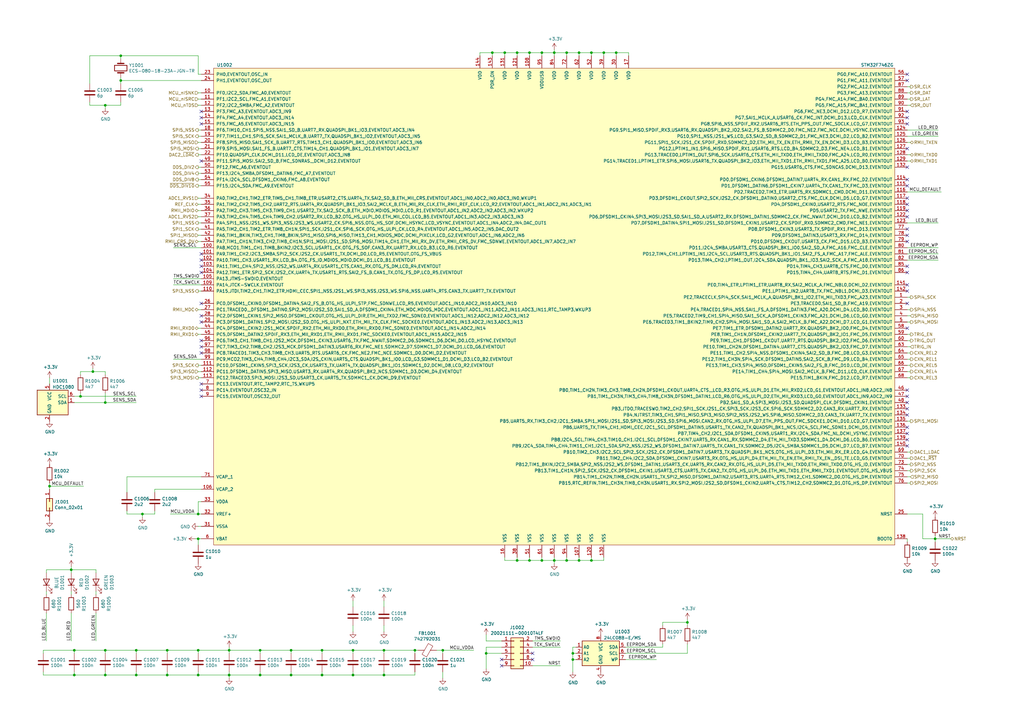
<source format=kicad_sch>
(kicad_sch (version 20211123) (generator eeschema)
  (paper "A3")
  (junction (at 157.48 276.86))
  (junction (at 217.17 21.59))
  (junction (at 199.39 267.97))
  (junction (at 55.88 266.7))
  (junction (at 212.09 229.87))
  (junction (at 237.49 229.87))
  (junction (at 242.57 21.59))
  (junction (at 132.08 276.86))
  (junction (at 43.18 165.1))
  (junction (at 43.18 276.86))
  (junction (at 222.25 229.87))
  (junction (at 232.41 229.87))
  (junction (at 234.95 270.51))
  (junction (at 132.08 266.7))
  (junction (at 237.49 21.59))
  (junction (at 242.57 229.87))
  (junction (at 227.33 21.59))
  (junction (at 43.18 266.7))
  (junction (at 252.73 21.59))
  (junction (at 43.18 43.18))
  (junction (at 207.01 21.59))
  (junction (at 20.32 199.39))
  (junction (at 81.28 210.82))
  (junction (at 81.28 276.86))
  (junction (at 68.58 276.86))
  (junction (at 119.38 276.86))
  (junction (at 81.28 266.7))
  (junction (at 247.65 21.59))
  (junction (at 383.54 220.98))
  (junction (at 119.38 266.7))
  (junction (at 33.02 162.56))
  (junction (at 81.28 220.98))
  (junction (at 227.33 229.87))
  (junction (at 222.25 21.59))
  (junction (at 55.88 276.86))
  (junction (at 170.18 266.7))
  (junction (at 181.61 266.7))
  (junction (at 144.78 276.86))
  (junction (at 38.1 152.4))
  (junction (at 217.17 229.87))
  (junction (at 58.42 210.82))
  (junction (at 201.93 21.59))
  (junction (at 93.98 276.86))
  (junction (at 157.48 266.7))
  (junction (at 30.48 266.7))
  (junction (at 29.21 233.68))
  (junction (at 144.78 266.7))
  (junction (at 68.58 266.7))
  (junction (at 232.41 21.59))
  (junction (at 93.98 266.7))
  (junction (at 106.68 276.86))
  (junction (at 212.09 21.59))
  (junction (at 106.68 266.7))
  (junction (at 49.53 33.02))
  (junction (at 234.95 267.97))
  (junction (at 30.48 276.86))
  (junction (at 49.53 22.86))
  (junction (at 281.94 255.27))
  (no_connect (at 218.44 267.97))
  (no_connect (at 372.11 33.02))
  (no_connect (at 372.11 30.48))
  (no_connect (at 372.11 48.26))
  (no_connect (at 372.11 45.72))
  (no_connect (at 82.55 66.04))
  (no_connect (at 82.55 50.8))
  (no_connect (at 82.55 45.72))
  (no_connect (at 82.55 48.26))
  (no_connect (at 82.55 104.14))
  (no_connect (at 82.55 106.68))
  (no_connect (at 82.55 109.22))
  (no_connect (at 82.55 111.76))
  (no_connect (at 82.55 124.46))
  (no_connect (at 82.55 129.54))
  (no_connect (at 82.55 132.08))
  (no_connect (at 82.55 139.7))
  (no_connect (at 82.55 142.24))
  (no_connect (at 218.44 270.51))
  (no_connect (at 372.11 68.58))
  (no_connect (at 372.11 60.96))
  (no_connect (at 372.11 88.9))
  (no_connect (at 372.11 86.36))
  (no_connect (at 372.11 83.82))
  (no_connect (at 372.11 50.8))
  (no_connect (at 372.11 81.28))
  (no_connect (at 372.11 76.2))
  (no_connect (at 372.11 73.66))
  (no_connect (at 372.11 162.56))
  (no_connect (at 372.11 165.1))
  (no_connect (at 372.11 167.64))
  (no_connect (at 372.11 170.18))
  (no_connect (at 372.11 175.26))
  (no_connect (at 372.11 177.8))
  (no_connect (at 372.11 180.34))
  (no_connect (at 372.11 182.88))
  (no_connect (at 372.11 96.52))
  (no_connect (at 372.11 93.98))
  (no_connect (at 372.11 134.62))
  (no_connect (at 372.11 124.46))
  (no_connect (at 372.11 119.38))
  (no_connect (at 372.11 116.84))
  (no_connect (at 372.11 109.22))
  (no_connect (at 372.11 111.76))
  (no_connect (at 372.11 99.06))
  (no_connect (at 205.74 270.51))
  (no_connect (at 372.11 160.02))
  (no_connect (at 82.55 144.78))
  (no_connect (at 82.55 157.48))
  (no_connect (at 82.55 160.02))
  (no_connect (at 82.55 162.56))
  (no_connect (at 205.74 273.05))
  (wire (pts (xy 20.32 199.39) (xy 34.29 199.39)))
  (wire (pts (xy 234.95 267.97) (xy 234.95 270.51)))
  (wire (pts (xy 81.28 73.66) (xy 82.55 73.66)))
  (wire (pts (xy 236.22 265.43) (xy 234.95 265.43)))
  (wire (pts (xy 82.55 200.66) (xy 63.5 200.66)))
  (wire (pts (xy 227.33 229.87) (xy 227.33 231.14)))
  (wire (pts (xy 236.22 267.97) (xy 234.95 267.97)))
  (wire (pts (xy 373.38 63.5) (xy 372.11 63.5)))
  (wire (pts (xy 68.58 267.97) (xy 68.58 266.7)))
  (wire (pts (xy 82.55 33.02) (xy 49.53 33.02)))
  (wire (pts (xy 82.55 101.6) (xy 71.12 101.6)))
  (wire (pts (xy 19.05 251.46) (xy 19.05 262.89)))
  (wire (pts (xy 68.58 266.7) (xy 81.28 266.7)))
  (wire (pts (xy 82.55 127) (xy 81.28 127)))
  (wire (pts (xy 81.28 205.74) (xy 82.55 205.74)))
  (wire (pts (xy 237.49 22.86) (xy 237.49 21.59)))
  (wire (pts (xy 281.94 267.97) (xy 281.94 264.16)))
  (wire (pts (xy 30.48 162.56) (xy 33.02 162.56)))
  (wire (pts (xy 63.5 200.66) (xy 63.5 201.93)))
  (wire (pts (xy 227.33 228.6) (xy 227.33 229.87)))
  (wire (pts (xy 222.25 21.59) (xy 227.33 21.59)))
  (wire (pts (xy 144.78 248.92) (xy 144.78 246.38)))
  (wire (pts (xy 93.98 266.7) (xy 106.68 266.7)))
  (wire (pts (xy 372.11 91.44) (xy 384.81 91.44)))
  (wire (pts (xy 217.17 228.6) (xy 217.17 229.87)))
  (wire (pts (xy 33.02 162.56) (xy 33.02 161.29)))
  (wire (pts (xy 372.11 38.1) (xy 373.38 38.1)))
  (wire (pts (xy 196.85 21.59) (xy 201.93 21.59)))
  (wire (pts (xy 43.18 165.1) (xy 43.18 161.29)))
  (wire (pts (xy 378.46 220.98) (xy 378.46 210.82)))
  (wire (pts (xy 234.95 270.51) (xy 236.22 270.51)))
  (wire (pts (xy 19.05 234.95) (xy 19.05 233.68)))
  (wire (pts (xy 43.18 275.59) (xy 43.18 276.86)))
  (wire (pts (xy 373.38 152.4) (xy 372.11 152.4)))
  (wire (pts (xy 372.11 154.94) (xy 373.38 154.94)))
  (wire (pts (xy 33.02 153.67) (xy 33.02 152.4)))
  (wire (pts (xy 29.21 233.68) (xy 39.37 233.68)))
  (wire (pts (xy 232.41 22.86) (xy 232.41 21.59)))
  (wire (pts (xy 30.48 267.97) (xy 30.48 266.7)))
  (wire (pts (xy 80.01 220.98) (xy 81.28 220.98)))
  (wire (pts (xy 81.28 91.44) (xy 82.55 91.44)))
  (wire (pts (xy 81.28 22.86) (xy 81.28 30.48)))
  (wire (pts (xy 82.55 137.16) (xy 81.28 137.16)))
  (wire (pts (xy 157.48 259.08) (xy 157.48 256.54)))
  (wire (pts (xy 82.55 134.62) (xy 81.28 134.62)))
  (wire (pts (xy 81.28 22.86) (xy 49.53 22.86)))
  (wire (pts (xy 82.55 86.36) (xy 81.28 86.36)))
  (wire (pts (xy 36.83 43.18) (xy 43.18 43.18)))
  (wire (pts (xy 20.32 154.94) (xy 20.32 157.48)))
  (wire (pts (xy 58.42 210.82) (xy 63.5 210.82)))
  (wire (pts (xy 247.65 22.86) (xy 247.65 21.59)))
  (wire (pts (xy 212.09 229.87) (xy 217.17 229.87)))
  (wire (pts (xy 82.55 99.06) (xy 81.28 99.06)))
  (wire (pts (xy 247.65 21.59) (xy 252.73 21.59)))
  (wire (pts (xy 17.78 266.7) (xy 30.48 266.7)))
  (wire (pts (xy 58.42 212.09) (xy 58.42 210.82)))
  (wire (pts (xy 227.33 20.32) (xy 227.33 21.59)))
  (wire (pts (xy 81.28 267.97) (xy 81.28 266.7)))
  (wire (pts (xy 372.11 35.56) (xy 373.38 35.56)))
  (wire (pts (xy 242.57 228.6) (xy 242.57 229.87)))
  (wire (pts (xy 43.18 276.86) (xy 55.88 276.86)))
  (wire (pts (xy 30.48 276.86) (xy 43.18 276.86)))
  (wire (pts (xy 81.28 30.48) (xy 82.55 30.48)))
  (wire (pts (xy 132.08 275.59) (xy 132.08 276.86)))
  (wire (pts (xy 81.28 119.38) (xy 82.55 119.38)))
  (wire (pts (xy 372.11 106.68) (xy 384.81 106.68)))
  (wire (pts (xy 39.37 242.57) (xy 39.37 243.84)))
  (wire (pts (xy 49.53 31.75) (xy 49.53 33.02)))
  (wire (pts (xy 222.25 228.6) (xy 222.25 229.87)))
  (wire (pts (xy 242.57 229.87) (xy 247.65 229.87)))
  (wire (pts (xy 81.28 220.98) (xy 82.55 220.98)))
  (wire (pts (xy 49.53 43.18) (xy 49.53 41.91)))
  (wire (pts (xy 199.39 267.97) (xy 199.39 265.43)))
  (wire (pts (xy 196.85 22.86) (xy 196.85 21.59)))
  (wire (pts (xy 52.07 210.82) (xy 58.42 210.82)))
  (wire (pts (xy 39.37 251.46) (xy 39.37 262.89)))
  (wire (pts (xy 212.09 22.86) (xy 212.09 21.59)))
  (wire (pts (xy 81.28 71.12) (xy 82.55 71.12)))
  (wire (pts (xy 81.28 275.59) (xy 81.28 276.86)))
  (wire (pts (xy 29.21 251.46) (xy 29.21 262.89)))
  (wire (pts (xy 49.53 33.02) (xy 49.53 34.29)))
  (wire (pts (xy 232.41 229.87) (xy 237.49 229.87)))
  (wire (pts (xy 372.11 78.74) (xy 386.08 78.74)))
  (wire (pts (xy 217.17 22.86) (xy 217.17 21.59)))
  (wire (pts (xy 43.18 267.97) (xy 43.18 266.7)))
  (wire (pts (xy 170.18 266.7) (xy 171.45 266.7)))
  (wire (pts (xy 271.78 256.54) (xy 271.78 255.27)))
  (wire (pts (xy 52.07 195.58) (xy 82.55 195.58)))
  (wire (pts (xy 242.57 21.59) (xy 247.65 21.59)))
  (wire (pts (xy 383.54 220.98) (xy 378.46 220.98)))
  (wire (pts (xy 199.39 260.35) (xy 199.39 262.89)))
  (wire (pts (xy 170.18 266.7) (xy 157.48 266.7)))
  (wire (pts (xy 33.02 152.4) (xy 38.1 152.4)))
  (wire (pts (xy 372.11 193.04) (xy 373.38 193.04)))
  (wire (pts (xy 81.28 276.86) (xy 93.98 276.86)))
  (wire (pts (xy 212.09 228.6) (xy 212.09 229.87)))
  (wire (pts (xy 372.11 149.86) (xy 373.38 149.86)))
  (wire (pts (xy 119.38 267.97) (xy 119.38 266.7)))
  (wire (pts (xy 372.11 185.42) (xy 373.38 185.42)))
  (wire (pts (xy 106.68 266.7) (xy 119.38 266.7)))
  (wire (pts (xy 82.55 147.32) (xy 71.12 147.32)))
  (wire (pts (xy 372.11 172.72) (xy 373.38 172.72)))
  (wire (pts (xy 81.28 58.42) (xy 82.55 58.42)))
  (wire (pts (xy 17.78 276.86) (xy 30.48 276.86)))
  (wire (pts (xy 144.78 275.59) (xy 144.78 276.86)))
  (wire (pts (xy 372.11 104.14) (xy 384.81 104.14)))
  (wire (pts (xy 242.57 22.86) (xy 242.57 21.59)))
  (wire (pts (xy 63.5 210.82) (xy 63.5 209.55)))
  (wire (pts (xy 30.48 275.59) (xy 30.48 276.86)))
  (wire (pts (xy 43.18 165.1) (xy 55.88 165.1)))
  (wire (pts (xy 207.01 21.59) (xy 212.09 21.59)))
  (wire (pts (xy 372.11 187.96) (xy 373.38 187.96)))
  (wire (pts (xy 144.78 276.86) (xy 157.48 276.86)))
  (wire (pts (xy 119.38 276.86) (xy 132.08 276.86)))
  (wire (pts (xy 81.28 40.64) (xy 82.55 40.64)))
  (wire (pts (xy 227.33 21.59) (xy 232.41 21.59)))
  (wire (pts (xy 157.48 248.92) (xy 157.48 246.38)))
  (wire (pts (xy 29.21 242.57) (xy 29.21 243.84)))
  (wire (pts (xy 383.54 220.98) (xy 383.54 222.25)))
  (wire (pts (xy 119.38 266.7) (xy 132.08 266.7)))
  (wire (pts (xy 119.38 275.59) (xy 119.38 276.86)))
  (wire (pts (xy 256.54 267.97) (xy 281.94 267.97)))
  (wire (pts (xy 157.48 266.7) (xy 157.48 267.97)))
  (wire (pts (xy 43.18 43.18) (xy 49.53 43.18)))
  (wire (pts (xy 252.73 22.86) (xy 252.73 21.59)))
  (wire (pts (xy 234.95 265.43) (xy 234.95 267.97)))
  (wire (pts (xy 256.54 265.43) (xy 271.78 265.43)))
  (wire (pts (xy 217.17 229.87) (xy 222.25 229.87)))
  (wire (pts (xy 218.44 262.89) (xy 229.87 262.89)))
  (wire (pts (xy 81.28 68.58) (xy 82.55 68.58)))
  (wire (pts (xy 181.61 266.7) (xy 194.31 266.7)))
  (wire (pts (xy 93.98 275.59) (xy 93.98 276.86)))
  (wire (pts (xy 373.38 139.7) (xy 372.11 139.7)))
  (wire (pts (xy 157.48 276.86) (xy 170.18 276.86)))
  (wire (pts (xy 199.39 274.32) (xy 199.39 267.97)))
  (wire (pts (xy 281.94 254) (xy 281.94 255.27)))
  (wire (pts (xy 106.68 276.86) (xy 119.38 276.86)))
  (wire (pts (xy 132.08 266.7) (xy 144.78 266.7)))
  (wire (pts (xy 199.39 265.43) (xy 205.74 265.43)))
  (wire (pts (xy 212.09 21.59) (xy 217.17 21.59)))
  (wire (pts (xy 207.01 229.87) (xy 212.09 229.87)))
  (wire (pts (xy 157.48 276.86) (xy 157.48 275.59)))
  (wire (pts (xy 201.93 22.86) (xy 201.93 21.59)))
  (wire (pts (xy 55.88 276.86) (xy 68.58 276.86)))
  (wire (pts (xy 222.25 229.87) (xy 227.33 229.87)))
  (wire (pts (xy 43.18 44.45) (xy 43.18 43.18)))
  (wire (pts (xy 372.11 132.08) (xy 373.38 132.08)))
  (wire (pts (xy 30.48 165.1) (xy 43.18 165.1)))
  (wire (pts (xy 20.32 200.66) (xy 20.32 199.39)))
  (wire (pts (xy 373.38 147.32) (xy 372.11 147.32)))
  (wire (pts (xy 372.11 222.25) (xy 372.11 220.98)))
  (wire (pts (xy 207.01 22.86) (xy 207.01 21.59)))
  (wire (pts (xy 68.58 276.86) (xy 81.28 276.86)))
  (wire (pts (xy 43.18 266.7) (xy 55.88 266.7)))
  (wire (pts (xy 55.88 267.97) (xy 55.88 266.7)))
  (wire (pts (xy 20.32 199.39) (xy 20.32 198.12)))
  (wire (pts (xy 69.85 210.82) (xy 81.28 210.82)))
  (wire (pts (xy 271.78 265.43) (xy 271.78 264.16)))
  (wire (pts (xy 19.05 243.84) (xy 19.05 242.57)))
  (wire (pts (xy 281.94 255.27) (xy 281.94 256.54)))
  (wire (pts (xy 81.28 154.94) (xy 82.55 154.94)))
  (wire (pts (xy 144.78 259.08) (xy 144.78 256.54)))
  (wire (pts (xy 81.28 215.9) (xy 82.55 215.9)))
  (wire (pts (xy 81.28 223.52) (xy 81.28 220.98)))
  (wire (pts (xy 372.11 40.64) (xy 373.38 40.64)))
  (wire (pts (xy 373.38 144.78) (xy 372.11 144.78)))
  (wire (pts (xy 81.28 96.52) (xy 82.55 96.52)))
  (wire (pts (xy 81.28 76.2) (xy 82.55 76.2)))
  (wire (pts (xy 106.68 267.97) (xy 106.68 266.7)))
  (wire (pts (xy 217.17 21.59) (xy 222.25 21.59)))
  (wire (pts (xy 49.53 22.86) (xy 36.83 22.86)))
  (wire (pts (xy 36.83 22.86) (xy 36.83 34.29)))
  (wire (pts (xy 181.61 266.7) (xy 181.61 267.97)))
  (wire (pts (xy 93.98 266.7) (xy 93.98 265.43)))
  (wire (pts (xy 52.07 209.55) (xy 52.07 210.82)))
  (wire (pts (xy 372.11 190.5) (xy 373.38 190.5)))
  (wire (pts (xy 372.11 121.92) (xy 373.38 121.92)))
  (wire (pts (xy 372.11 58.42) (xy 373.38 58.42)))
  (wire (pts (xy 82.55 114.3) (xy 71.12 114.3)))
  (wire (pts (xy 82.55 116.84) (xy 71.12 116.84)))
  (wire (pts (xy 256.54 270.51) (xy 269.24 270.51)))
  (wire (pts (xy 252.73 21.59) (xy 257.81 21.59)))
  (wire (pts (xy 372.11 43.18) (xy 373.38 43.18)))
  (wire (pts (xy 43.18 152.4) (xy 43.18 153.67)))
  (wire (pts (xy 372.11 195.58) (xy 373.38 195.58)))
  (wire (pts (xy 68.58 275.59) (xy 68.58 276.86)))
  (wire (pts (xy 181.61 278.13) (xy 181.61 275.59)))
  (wire (pts (xy 372.11 53.34) (xy 384.81 53.34)))
  (wire (pts (xy 52.07 195.58) (xy 52.07 201.93)))
  (wire (pts (xy 55.88 266.7) (xy 68.58 266.7)))
  (wire (pts (xy 205.74 267.97) (xy 199.39 267.97)))
  (wire (pts (xy 29.21 232.41) (xy 29.21 233.68)))
  (wire (pts (xy 373.38 137.16) (xy 372.11 137.16)))
  (wire (pts (xy 81.28 88.9) (xy 82.55 88.9)))
  (wire (pts (xy 237.49 21.59) (xy 242.57 21.59)))
  (wire (pts (xy 181.61 266.7) (xy 179.07 266.7)))
  (wire (pts (xy 106.68 275.59) (xy 106.68 276.86)))
  (wire (pts (xy 207.01 228.6) (xy 207.01 229.87)))
  (wire (pts (xy 237.49 228.6) (xy 237.49 229.87)))
  (wire (pts (xy 33.02 162.56) (xy 55.88 162.56)))
  (wire (pts (xy 93.98 278.13) (xy 93.98 276.86)))
  (wire (pts (xy 389.89 220.98) (xy 383.54 220.98)))
  (wire (pts (xy 49.53 24.13) (xy 49.53 22.86)))
  (wire (pts (xy 201.93 21.59) (xy 207.01 21.59)))
  (wire (pts (xy 81.28 55.88) (xy 82.55 55.88)))
  (wire (pts (xy 132.08 267.97) (xy 132.08 266.7)))
  (wire (pts (xy 17.78 275.59) (xy 17.78 276.86)))
  (wire (pts (xy 218.44 265.43) (xy 229.87 265.43)))
  (wire (pts (xy 38.1 151.13) (xy 38.1 152.4)))
  (wire (pts (xy 132.08 276.86) (xy 144.78 276.86)))
  (wire (pts (xy 29.21 233.68) (xy 29.21 234.95)))
  (wire (pts (xy 81.28 38.1) (xy 82.55 38.1)))
  (wire (pts (xy 81.28 60.96) (xy 82.55 60.96)))
  (wire (pts (xy 199.39 262.89) (xy 205.74 262.89)))
  (wire (pts (xy 36.83 41.91) (xy 36.83 43.18)))
  (wire (pts (xy 218.44 273.05) (xy 229.87 273.05)))
  (wire (pts (xy 378.46 210.82) (xy 372.11 210.82)))
  (wire (pts (xy 222.25 22.86) (xy 222.25 21.59)))
  (wire (pts (xy 81.28 53.34) (xy 82.55 53.34)))
  (wire (pts (xy 232.41 21.59) (xy 237.49 21.59)))
  (wire (pts (xy 372.11 101.6) (xy 384.81 101.6)))
  (wire (pts (xy 372.11 127) (xy 373.38 127)))
  (wire (pts (xy 170.18 267.97) (xy 170.18 266.7)))
  (wire (pts (xy 372.11 55.88) (xy 384.81 55.88)))
  (wire (pts (xy 19.05 233.68) (xy 29.21 233.68)))
  (wire (pts (xy 82.55 210.82) (xy 81.28 210.82)))
  (wire (pts (xy 81.28 210.82) (xy 81.28 205.74)))
  (wire (pts (xy 227.33 22.86) (xy 227.33 21.59)))
  (wire (pts (xy 372.11 142.24) (xy 373.38 142.24)))
  (wire (pts (xy 30.48 266.7) (xy 43.18 266.7)))
  (wire (pts (xy 227.33 229.87) (xy 232.41 229.87)))
  (wire (pts (xy 82.55 83.82) (xy 81.28 83.82)))
  (wire (pts (xy 234.95 275.59) (xy 234.95 270.51)))
  (wire (pts (xy 93.98 267.97) (xy 93.98 266.7)))
  (wire (pts (xy 81.28 266.7) (xy 93.98 266.7)))
  (wire (pts (xy 144.78 266.7) (xy 157.48 266.7)))
  (wire (pts (xy 144.78 267.97) (xy 144.78 266.7)))
  (wire (pts (xy 39.37 233.68) (xy 39.37 234.95)))
  (wire (pts (xy 81.28 63.5) (xy 82.55 63.5)))
  (wire (pts (xy 170.18 276.86) (xy 170.18 275.59)))
  (wire (pts (xy 383.54 219.71) (xy 383.54 220.98)))
  (wire (pts (xy 81.28 152.4) (xy 82.55 152.4)))
  (wire (pts (xy 81.28 149.86) (xy 82.55 149.86)))
  (wire (pts (xy 81.28 43.18) (xy 82.55 43.18)))
  (wire (pts (xy 232.41 228.6) (xy 232.41 229.87)))
  (wire (pts (xy 271.78 255.27) (xy 281.94 255.27)))
  (wire (pts (xy 372.11 129.54) (xy 373.38 129.54)))
  (wire (pts (xy 237.49 229.87) (xy 242.57 229.87)))
  (wire (pts (xy 247.65 229.87) (xy 247.65 228.6)))
  (wire (pts (xy 38.1 152.4) (xy 43.18 152.4)))
  (wire (pts (xy 257.81 21.59) (xy 257.81 22.86)))
  (wire (pts (xy 17.78 267.97) (xy 17.78 266.7)))
  (wire (pts (xy 372.11 198.12) (xy 373.38 198.12)))
  (wire (pts (xy 81.28 93.98) (xy 82.55 93.98)))
  (wire (pts (xy 81.28 81.28) (xy 82.55 81.28)))
  (wire (pts (xy 93.98 276.86) (xy 106.68 276.86)))
  (wire (pts (xy 372.11 66.04) (xy 373.38 66.04)))
  (wire (pts (xy 55.88 275.59) (xy 55.88 276.86)))
  (label "LED_RED" (at 29.21 262.89 90))
  (label "MCU_DEFAULT" (at 34.29 199.39 180))
  (label "MCU_VDDA" (at 69.85 210.82 0))
  (label "NRST" (at 389.89 220.98 180))
  (label "TCK_SWCLK" (at 71.12 116.84 0))
  (label "LED_RED" (at 384.81 53.34 180))
  (label "MCU_VDDA" (at 194.31 266.7 180))
  (label "SENS_SCL" (at 71.12 101.6 0))
  (label "NRST" (at 229.87 273.05 180))
  (label "TCK_SWCLK" (at 229.87 265.43 180))
  (label "MCU_DEFAULT" (at 386.08 78.74 180))
  (label "LED_BLUE" (at 19.05 262.89 90))
  (label "EEPROM_WP" (at 384.81 101.6 180))
  (label "LED_BLUE" (at 384.81 91.44 180))
  (label "EEPROM_SCL" (at 269.24 267.97 180))
  (label "EEPROM_SCL" (at 384.81 104.14 180))
  (label "EEPROM_WP" (at 269.24 270.51 180))
  (label "LED_GREEN" (at 39.37 262.89 90))
  (label "TMS_SWDIO" (at 229.87 262.89 180))
  (label "EEPROM_SDA" (at 269.24 265.43 180))
  (label "TMS_SWDIO" (at 71.12 114.3 0))
  (label "SENS_SCL" (at 55.88 162.56 180))
  (label "SENS_SDA" (at 71.12 147.32 0))
  (label "LED_GREEN" (at 384.81 55.88 180))
  (label "SENS_SDA" (at 55.88 165.1 180))
  (label "EEPROM_SDA" (at 384.81 106.68 180))
  (hierarchical_label "ADC1_RVS1" (shape input) (at 81.28 81.28 180))
  (hierarchical_label "SR_CLK" (shape output) (at 373.38 35.56 0))
  (hierarchical_label "RMII_MDIO" (shape bidirectional) (at 81.28 86.36 180))
  (hierarchical_label "MCU_nISRC" (shape input) (at 81.28 40.64 180))
  (hierarchical_label "SPI5_MOSI" (shape output) (at 81.28 60.96 180))
  (hierarchical_label "SPI3_SCK" (shape output) (at 81.28 149.86 180))
  (hierarchical_label "SPI1_NSS" (shape output) (at 81.28 91.44 180))
  (hierarchical_label "RMII_TXD1" (shape bidirectional) (at 373.38 66.04 0))
  (hierarchical_label "SPI4_SCK" (shape output) (at 373.38 121.92 0))
  (hierarchical_label "RMII_RXD0" (shape bidirectional) (at 81.28 134.62 180))
  (hierarchical_label "SPI5_NSS" (shape output) (at 81.28 53.34 180))
  (hierarchical_label "CXN_REL2" (shape output) (at 373.38 144.78 0))
  (hierarchical_label "ADC1_RVS2" (shape input) (at 81.28 88.9 180))
  (hierarchical_label "SPI4_MOSI" (shape output) (at 373.38 132.08 0))
  (hierarchical_label "CXN_REL1" (shape output) (at 373.38 147.32 0))
  (hierarchical_label "SPI3_MOSI" (shape output) (at 81.28 154.94 180))
  (hierarchical_label "TRIG_EN" (shape output) (at 373.38 137.16 0))
  (hierarchical_label "NRST" (shape bidirectional) (at 389.89 220.98 0))
  (hierarchical_label "SPI5_SCK" (shape output) (at 81.28 55.88 180))
  (hierarchical_label "DAC1_LDAC" (shape output) (at 373.38 185.42 0))
  (hierarchical_label "DDS_DIV8" (shape output) (at 81.28 73.66 180))
  (hierarchical_label "~{DDS_DIV10}" (shape output) (at 81.28 76.2 180))
  (hierarchical_label "CXN_REL5" (shape output) (at 373.38 149.86 0))
  (hierarchical_label "DAC2_~{LDAC}" (shape output) (at 81.28 63.5 180))
  (hierarchical_label "DDS_DIV4" (shape output) (at 81.28 71.12 180))
  (hierarchical_label "SR_DAT" (shape output) (at 373.38 38.1 0))
  (hierarchical_label "DDS_DIV2" (shape output) (at 81.28 68.58 180))
  (hierarchical_label "CXN_REL4" (shape output) (at 373.38 152.4 0))
  (hierarchical_label "REF_CLK" (shape bidirectional) (at 81.28 83.82 180))
  (hierarchical_label "SR_OUT" (shape input) (at 373.38 43.18 0))
  (hierarchical_label "TRIG_OUT" (shape output) (at 373.38 139.7 0))
  (hierarchical_label "DAC1_~{RST}" (shape output) (at 373.38 187.96 0))
  (hierarchical_label "RMII_MDC" (shape bidirectional) (at 81.28 127 180))
  (hierarchical_label "RMII_RXD1" (shape bidirectional) (at 81.28 137.16 180))
  (hierarchical_label "SPI4_NSS" (shape output) (at 373.38 127 0))
  (hierarchical_label "SPI3_NSS" (shape output) (at 81.28 119.38 180))
  (hierarchical_label "SPI1_MISO" (shape input) (at 81.28 96.52 180))
  (hierarchical_label "SPI4_MISO" (shape input) (at 373.38 129.54 0))
  (hierarchical_label "RMII_CRS_DV" (shape bidirectional) (at 81.28 99.06 180))
  (hierarchical_label "SPI2_NSS" (shape output) (at 373.38 190.5 0))
  (hierarchical_label "MCU_nTDS" (shape input) (at 81.28 43.18 180))
  (hierarchical_label "SPI3_MISO" (shape input) (at 81.28 152.4 180))
  (hierarchical_label "CXN_REL3" (shape output) (at 373.38 154.94 0))
  (hierarchical_label "TRIG_IN" (shape input) (at 373.38 142.24 0))
  (hierarchical_label "SPI5_MISO" (shape input) (at 81.28 58.42 180))
  (hierarchical_label "MCU_nISNK" (shape input) (at 81.28 38.1 180))
  (hierarchical_label "SR_LAT" (shape output) (at 373.38 40.64 0))
  (hierarchical_label "SPI2_MISO" (shape input) (at 373.38 195.58 0))
  (hierarchical_label "RMII_TXEN" (shape bidirectional) (at 373.38 58.42 0))
  (hierarchical_label "SPI1_MOSI" (shape output) (at 373.38 172.72 0))
  (hierarchical_label "SPI2_MOSI" (shape output) (at 373.38 198.12 0))
  (hierarchical_label "RMII_TXD0" (shape bidirectional) (at 373.38 63.5 0))
  (hierarchical_label "SPI2_SCK" (shape output) (at 373.38 193.04 0))
  (hierarchical_label "SPI1_SCK" (shape output) (at 81.28 93.98 180))
  (symbol (lib_id "Device:R") (at 39.37 247.65 180) (unit 1)
    (property "Reference" "R1005" (at 44.6278 247.65 90))
    (property "Value" "680" (at 42.3164 247.65 90))
    (property "Footprint" "Resistor_SMD:R_0603_1608Metric_Pad0.98x0.95mm_HandSolder" (effects hide))
  )
  (symbol (lib_id "power:GND") (at 43.18 44.45 0) (unit 1)
    (property "Reference" "#PWR01007" (effects hide))
    (property "Value" "GND" (at 43.307 48.8442 0))
  )
  (symbol (lib_id "Device:C") (at 36.83 38.1 0) (unit 1)
    (property "Reference" "C1003" (at 39.751 36.9316 0) (effects (justify left)))
    (property "Value" "6p" (at 39.751 39.243 0) (effects (justify left)))
    (property "Footprint" "Capacitor_SMD:C_0603_1608Metric_Pad1.08x0.95mm_HandSolder" (effects hide))
  )
  (symbol (lib_id "Device:C") (at 49.53 38.1 0) (unit 1)
    (property "Reference" "C1005" (at 52.451 36.9316 0) (effects (justify left)))
    (property "Value" "6p" (at 52.451 39.243 0) (effects (justify left)))
    (property "Footprint" "Capacitor_SMD:C_0603_1608Metric_Pad1.08x0.95mm_HandSolder" (effects hide))
  )
  (symbol (lib_id "Device:C") (at 119.38 271.78 0) (unit 1)
    (property "Reference" "C1014" (at 122.301 270.6116 0) (effects (justify left)))
    (property "Value" "100n" (at 122.301 272.923 0) (effects (justify left)))
    (property "Footprint" "Capacitor_SMD:C_0603_1608Metric_Pad1.08x0.95mm_HandSolder" (effects hide))
  )
  (symbol (lib_id "Device:R") (at 19.05 247.65 180) (unit 1)
    (property "Reference" "R1001" (at 24.3078 247.65 90))
    (property "Value" "680" (at 21.9964 247.65 90))
    (property "Footprint" "Resistor_SMD:R_0603_1608Metric_Pad0.98x0.95mm_HandSolder" (effects hide))
  )
  (symbol (lib_id "power:GND") (at 227.33 231.14 0) (unit 1)
    (property "Reference" "#PWR01022" (effects hide))
    (property "Value" "GND" (at 227.457 235.5342 0))
  )
  (symbol (lib_id "Device:R") (at 372.11 226.06 0) (unit 1)
    (property "Reference" "R1009" (at 373.888 224.8916 0) (effects (justify left)))
    (property "Value" "10k" (at 373.888 227.203 0) (effects (justify left)))
    (property "Footprint" "Resistor_SMD:R_0603_1608Metric_Pad0.98x0.95mm_HandSolder" (effects hide))
  )
  (symbol (lib_id "power:+3.3V") (at 227.33 20.32 0) (unit 1)
    (property "Reference" "#PWR01021" (effects hide))
    (property "Value" "+3.3V" (at 227.711 15.9258 0))
  )
  (symbol (lib_id "Device:C") (at 144.78 271.78 0) (unit 1)
    (property "Reference" "C1017" (at 147.701 270.6116 0) (effects (justify left)))
    (property "Value" "100n" (at 147.701 272.923 0) (effects (justify left)))
    (property "Footprint" "Capacitor_SMD:C_0603_1608Metric_Pad1.08x0.95mm_HandSolder" (effects hide))
  )
  (symbol (lib_id "Device:R") (at 43.18 157.48 0) (unit 1)
    (property "Reference" "R1006" (at 44.958 156.3116 0) (effects (justify left)))
    (property "Value" "4k7" (at 44.958 158.623 0) (effects (justify left)))
    (property "Footprint" "Resistor_SMD:R_0603_1608Metric_Pad0.98x0.95mm_HandSolder" (effects hide))
  )
  (symbol (lib_id "power:+3.3V") (at 246.38 260.35 0) (unit 1)
    (property "Reference" "#PWR01024" (effects hide))
    (property "Value" "+3.3V" (at 246.761 255.9558 0))
  )
  (symbol (lib_id "power:+3.3V") (at 281.94 254 0) (unit 1)
    (property "Reference" "#PWR01026" (effects hide))
    (property "Value" "+3.3V" (at 282.321 249.6058 0))
  )
  (symbol (lib_id "power:GND") (at 81.28 215.9 270) (unit 1)
    (property "Reference" "#PWR01010" (effects hide))
    (property "Value" "GND" (at 78.0288 216.027 90) (effects (justify right)))
  )
  (symbol (lib_id "Device:C") (at 30.48 271.78 0) (unit 1)
    (property "Reference" "C1002" (at 33.401 270.6116 0) (effects (justify left)))
    (property "Value" "100n" (at 33.401 272.923 0) (effects (justify left)))
    (property "Footprint" "Capacitor_SMD:C_0603_1608Metric_Pad1.08x0.95mm_HandSolder" (effects hide))
  )
  (symbol (lib_id "Device:R") (at 281.94 260.35 0) (unit 1)
    (property "Reference" "R1008" (at 283.718 259.1816 0) (effects (justify left)))
    (property "Value" "4k7" (at 283.718 261.493 0) (effects (justify left)))
    (property "Footprint" "Resistor_SMD:R_0603_1608Metric_Pad0.98x0.95mm_HandSolder" (effects hide))
  )
  (symbol (lib_id "power:GND") (at 199.39 274.32 0) (unit 1)
    (property "Reference" "#PWR01020" (effects hide))
    (property "Value" "GND" (at 199.517 278.7142 0))
  )
  (symbol (lib_id "Device:C") (at 43.18 271.78 0) (unit 1)
    (property "Reference" "C1004" (at 46.101 270.6116 0) (effects (justify left)))
    (property "Value" "100n" (at 46.101 272.923 0) (effects (justify left)))
    (property "Footprint" "Capacitor_SMD:C_0603_1608Metric_Pad1.08x0.95mm_HandSolder" (effects hide))
  )
  (symbol (lib_id "power:GND") (at 93.98 278.13 0) (unit 1)
    (property "Reference" "#PWR01013" (effects hide))
    (property "Value" "GND" (at 94.107 282.5242 0))
  )
  (symbol (lib_id "power:+3.3V") (at 93.98 265.43 0) (unit 1)
    (property "Reference" "#PWR01012" (effects hide))
    (property "Value" "+3.3V" (at 94.361 261.0358 0))
  )
  (symbol (lib_id "power:GND") (at 383.54 229.87 0) (unit 1)
    (property "Reference" "#PWR01029" (effects hide))
    (property "Value" "GND" (at 383.667 234.2642 0))
  )
  (symbol (lib_id "Device:R") (at 271.78 260.35 0) (unit 1)
    (property "Reference" "R1007" (at 273.558 259.1816 0) (effects (justify left)))
    (property "Value" "4k7" (at 273.558 261.493 0) (effects (justify left)))
    (property "Footprint" "Resistor_SMD:R_0603_1608Metric_Pad0.98x0.95mm_HandSolder" (effects hide))
  )
  (symbol (lib_id "power:GND") (at 20.32 213.36 0) (unit 1)
    (property "Reference" "#PWR01004" (effects hide))
    (property "Value" "GND" (at 20.447 217.7542 0))
  )
  (symbol (lib_id "Memory_EEPROM:24LC08") (at 246.38 267.97 0) (unit 1)
    (property "Reference" "U1003" (at 255.27 259.08 0))
    (property "Value" "24LC08B-E/MS" (at 255.27 261.62 0))
    (property "Footprint" "Package_SO:MSOP-8_3x3mm_P0.65mm" (effects hide))
    (property "Datasheet" "http://ww1.microchip.com/downloads/en/DeviceDoc/21710J.pdf" (effects hide))
  )
  (symbol (lib_id "power:+3.3V") (at 20.32 190.5 0) (unit 1)
    (property "Reference" "#PWR01003" (effects hide))
    (property "Value" "+3.3V" (at 20.701 186.1058 0))
  )
  (symbol (lib_id "Device:C") (at 170.18 271.78 0) (unit 1)
    (property "Reference" "C1020" (at 173.101 270.6116 0) (effects (justify left)))
    (property "Value" "100n" (at 173.101 272.923 0) (effects (justify left)))
    (property "Footprint" "Capacitor_SMD:C_0603_1608Metric_Pad1.08x0.95mm_HandSolder" (effects hide))
  )
  (symbol (lib_id "power:+3.3V") (at 80.01 220.98 90) (unit 1)
    (property "Reference" "#PWR01009" (effects hide))
    (property "Value" "+3.3V" (at 73.66 220.98 90))
  )
  (symbol (lib_id "Device:C") (at 157.48 271.78 0) (unit 1)
    (property "Reference" "C1019" (at 160.401 270.6116 0) (effects (justify left)))
    (property "Value" "100n" (at 160.401 272.923 0) (effects (justify left)))
    (property "Footprint" "Capacitor_SMD:C_0603_1608Metric_Pad1.08x0.95mm_HandSolder" (effects hide))
  )
  (symbol (lib_id "power:+3.3V") (at 38.1 151.13 0) (unit 1)
    (property "Reference" "#PWR01006" (effects hide))
    (property "Value" "+3.3V" (at 38.481 146.7358 0))
  )
  (symbol (lib_id "Device:C") (at 52.07 205.74 0) (unit 1)
    (property "Reference" "C1006" (at 54.991 204.5716 0) (effects (justify left)))
    (property "Value" "2u2" (at 54.991 206.883 0) (effects (justify left)))
    (property "Footprint" "Capacitor_SMD:C_0603_1608Metric_Pad1.08x0.95mm_HandSolder" (effects hide))
  )
  (symbol (lib_id "Device:Ferrite_Bead") (at 175.26 266.7 270) (unit 1)
    (property "Reference" "FB1001" (at 175.26 259.7404 90))
    (property "Value" "742792031" (at 175.26 262.0518 90))
    (property "Footprint" "Inductor_SMD:L_0805_2012Metric_Pad1.15x1.40mm_HandSolder" (effects hide))
  )
  (symbol (lib_id "power:GND") (at 157.48 259.08 0) (unit 1)
    (property "Reference" "#PWR01017" (effects hide))
    (property "Value" "GND" (at 157.607 263.4742 0))
  )
  (symbol (lib_id "power:+3.3V") (at 29.21 232.41 0) (unit 1)
    (property "Reference" "#PWR01005" (effects hide))
    (property "Value" "+3.3V" (at 29.21 228.6 90) (effects (justify left)))
  )
  (symbol (lib_id "power:GND") (at 81.28 231.14 0) (unit 1)
    (property "Reference" "#PWR01011" (effects hide))
    (property "Value" "GND" (at 81.407 235.5342 0))
  )
  (symbol (lib_id "Device:LED") (at 29.21 238.76 90) (unit 1)
    (property "Reference" "D1002" (at 35.687 238.9378 0))
    (property "Value" "RED" (at 33.3756 238.9378 0))
    (property "Footprint" "LED_SMD:LED_0603_1608Metric_Pad1.05x0.95mm_HandSolder" (effects hide))
  )
  (symbol (lib_id "Device:R") (at 29.21 247.65 180) (unit 1)
    (property "Reference" "R1003" (at 34.4678 247.65 90))
    (property "Value" "560" (at 32.1564 247.65 90))
    (property "Footprint" "Resistor_SMD:R_0603_1608Metric_Pad0.98x0.95mm_HandSolder" (effects hide))
  )
  (symbol (lib_id "Device:C") (at 132.08 271.78 0) (unit 1)
    (property "Reference" "C1015" (at 135.001 270.6116 0) (effects (justify left)))
    (property "Value" "100n" (at 135.001 272.923 0) (effects (justify left)))
    (property "Footprint" "Capacitor_SMD:C_0603_1608Metric_Pad1.08x0.95mm_HandSolder" (effects hide))
  )
  (symbol (lib_id "power:+3.3V") (at 157.48 246.38 0) (unit 1)
    (property "Reference" "#PWR01016" (effects hide))
    (property "Value" "+3.3V" (at 157.861 241.9858 0))
  )
  (symbol (lib_id "power:GND") (at 181.61 278.13 0) (unit 1)
    (property "Reference" "#PWR01018" (effects hide))
    (property "Value" "GND" (at 181.737 282.5242 0))
  )
  (symbol (lib_id "Device:LED") (at 19.05 238.76 90) (unit 1)
    (property "Reference" "D1001" (at 25.527 238.9378 0))
    (property "Value" "BLUE" (at 23.2156 238.9378 0))
    (property "Footprint" "LED_SMD:LED_0603_1608Metric_Pad1.05x0.95mm_HandSolder" (effects hide))
  )
  (symbol (lib_id "Device:C") (at 144.78 252.73 0) (unit 1)
    (property "Reference" "C1016" (at 147.701 251.5616 0) (effects (justify left)))
    (property "Value" "100n" (at 147.701 253.873 0) (effects (justify left)))
    (property "Footprint" "Capacitor_SMD:C_0603_1608Metric_Pad1.08x0.95mm_HandSolder" (effects hide))
  )
  (symbol (lib_id "Sensor_Humidity:HDC1080") (at 22.86 165.1 0) (unit 1)
    (property "Reference" "U1001" (at 27.94 156.21 0) (effects (justify right)))
    (property "Value" "HDC1080" (at 30.48 158.75 0) (effects (justify right)))
    (property "Footprint" "Package_SON:Texas_PWSON-N6" (effects hide))
    (property "Datasheet" "http://www.ti.com/lit/ds/symlink/hdc1080.pdf" (effects hide))
  )
  (symbol (lib_id "power:GND") (at 20.32 172.72 0) (unit 1)
    (property "Reference" "#PWR01002" (effects hide))
    (property "Value" "GND" (at 20.447 177.1142 0))
  )
  (symbol (lib_id "power:+3.3V") (at 383.54 212.09 0) (unit 1)
    (property "Reference" "#PWR01028" (effects hide))
    (property "Value" "+3.3V" (at 383.921 207.6958 0))
  )
  (symbol (lib_id "power:GND") (at 144.78 259.08 0) (unit 1)
    (property "Reference" "#PWR01015" (effects hide))
    (property "Value" "GND" (at 144.907 263.4742 0))
  )
  (symbol (lib_id "power:+3.3V") (at 20.32 154.94 0) (unit 1)
    (property "Reference" "#PWR01001" (effects hide))
    (property "Value" "+3.3V" (at 20.701 150.5458 0))
  )
  (symbol (lib_id "power:+3.3V") (at 199.39 260.35 0) (unit 1)
    (property "Reference" "#PWR01019" (effects hide))
    (property "Value" "+3.3V" (at 199.771 255.9558 0))
  )
  (symbol (lib_id "ETH1CSMU2:STM32F746ZG") (at 227.33 125.73 0) (unit 1)
    (property "Reference" "U1002" (at 88.9 26.67 0) (effects (justify left)))
    (property "Value" "STM32F746ZG" (at 353.06 26.67 0) (effects (justify left)))
    (property "Footprint" "ETH1CSMU2:TQFP-144_20x20mm_P0.5mm" (effects hide))
  )
  (symbol (lib_id "power:GND") (at 246.38 275.59 0) (unit 1)
    (property "Reference" "#PWR01025" (effects hide))
    (property "Value" "GND" (at 246.507 279.9842 0))
  )
  (symbol (lib_id "Device:C") (at 81.28 271.78 0) (unit 1)
    (property "Reference" "C1011" (at 84.201 270.6116 0) (effects (justify left)))
    (property "Value" "100n" (at 84.201 272.923 0) (effects (justify left)))
    (property "Footprint" "Capacitor_SMD:C_0603_1608Metric_Pad1.08x0.95mm_HandSolder" (effects hide))
  )
  (symbol (lib_id "Device:R") (at 33.02 157.48 0) (unit 1)
    (property "Reference" "R1004" (at 34.798 156.3116 0) (effects (justify left)))
    (property "Value" "4k7" (at 34.798 158.623 0) (effects (justify left)))
    (property "Footprint" "Resistor_SMD:R_0603_1608Metric_Pad0.98x0.95mm_HandSolder" (effects hide))
  )
  (symbol (lib_id "power:GND") (at 234.95 275.59 0) (unit 1)
    (property "Reference" "#PWR01023" (effects hide))
    (property "Value" "GND" (at 235.077 279.9842 0))
  )
  (symbol (lib_id "Device:C") (at 383.54 226.06 0) (unit 1)
    (property "Reference" "C1022" (at 386.461 224.8916 0) (effects (justify left)))
    (property "Value" "100n" (at 386.461 227.203 0) (effects (justify left)))
    (property "Footprint" "Capacitor_SMD:C_0603_1608Metric_Pad1.08x0.95mm_HandSolder" (effects hide))
  )
  (symbol (lib_id "Device:C") (at 93.98 271.78 0) (unit 1)
    (property "Reference" "C1012" (at 96.901 270.6116 0) (effects (justify left)))
    (property "Value" "100n" (at 96.901 272.923 0) (effects (justify left)))
    (property "Footprint" "Capacitor_SMD:C_0603_1608Metric_Pad1.08x0.95mm_HandSolder" (effects hide))
  )
  (symbol (lib_id "Device:C") (at 68.58 271.78 0) (unit 1)
    (property "Reference" "C1009" (at 71.501 270.6116 0) (effects (justify left)))
    (property "Value" "100n" (at 71.501 272.923 0) (effects (justify left)))
    (property "Footprint" "Capacitor_SMD:C_0603_1608Metric_Pad1.08x0.95mm_HandSolder" (effects hide))
  )
  (symbol (lib_id "Device:C") (at 81.28 227.33 0) (unit 1)
    (property "Reference" "C1010" (at 84.201 226.1616 0) (effects (justify left)))
    (property "Value" "1u" (at 84.201 228.473 0) (effects (justify left)))
    (property "Footprint" "Capacitor_SMD:C_0603_1608Metric_Pad1.08x0.95mm_HandSolder" (effects hide))
  )
  (symbol (lib_id "Device:Crystal") (at 49.53 27.94 270) (unit 1)
    (property "Reference" "Y1001" (at 52.8574 26.7716 90) (effects (justify left)))
    (property "Value" "ECS-080-18-23A-JGN-TR" (at 52.8574 29.083 90) (effects (justify left)))
    (property "Footprint" "Crystal:Crystal_SMD_0603-2Pin_6.0x3.5mm_HandSoldering" (effects hide))
  )
  (symbol (lib_id "power:GND") (at 58.42 212.09 0) (unit 1)
    (property "Reference" "#PWR01008" (effects hide))
    (property "Value" "GND" (at 58.547 216.4842 0))
  )
  (symbol (lib_id "Device:R") (at 383.54 215.9 0) (unit 1)
    (property "Reference" "R1010" (at 385.318 214.7316 0) (effects (justify left)))
    (property "Value" "10k" (at 385.318 217.043 0) (effects (justify left)))
    (property "Footprint" "Resistor_SMD:R_0603_1608Metric_Pad0.98x0.95mm_HandSolder" (effects hide))
  )
  (symbol (lib_id "Device:C") (at 181.61 271.78 0) (unit 1)
    (property "Reference" "C1021" (at 184.531 270.6116 0) (effects (justify left)))
    (property "Value" "1u" (at 184.531 272.923 0) (effects (justify left)))
    (property "Footprint" "Capacitor_SMD:C_0603_1608Metric_Pad1.08x0.95mm_HandSolder" (effects hide))
  )
  (symbol (lib_id "Device:C") (at 157.48 252.73 0) (unit 1)
    (property "Reference" "C1018" (at 160.401 251.5616 0) (effects (justify left)))
    (property "Value" "100n" (at 160.401 253.873 0) (effects (justify left)))
    (property "Footprint" "Capacitor_SMD:C_0603_1608Metric_Pad1.08x0.95mm_HandSolder" (effects hide))
  )
  (symbol (lib_id "Device:C") (at 17.78 271.78 0) (unit 1)
    (property "Reference" "C1001" (at 20.701 270.6116 0) (effects (justify left)))
    (property "Value" "100n" (at 20.701 272.923 0) (effects (justify left)))
    (property "Footprint" "Capacitor_SMD:C_0603_1608Metric_Pad1.08x0.95mm_HandSolder" (effects hide))
  )
  (symbol (lib_id "Connector_Generic:Conn_02x05_Odd_Even") (at 210.82 267.97 0) (unit 1)
    (property "Reference" "J1002" (at 212.09 257.3782 0))
    (property "Value" "20021111-00010T4LF" (at 212.09 259.6896 0))
    (property "Footprint" "Connector_PinHeader_1.27mm:PinHeader_2x05_P1.27mm_Vertical" (effects hide))
  )
  (symbol (lib_id "Device:C") (at 106.68 271.78 0) (unit 1)
    (property "Reference" "C1013" (at 109.601 270.6116 0) (effects (justify left)))
    (property "Value" "100n" (at 109.601 272.923 0) (effects (justify left)))
    (property "Footprint" "Capacitor_SMD:C_0603_1608Metric_Pad1.08x0.95mm_HandSolder" (effects hide))
  )
  (symbol (lib_id "Device:C") (at 55.88 271.78 0) (unit 1)
    (property "Reference" "C1007" (at 58.801 270.6116 0) (effects (justify left)))
    (property "Value" "100n" (at 58.801 272.923 0) (effects (justify left)))
    (property "Footprint" "Capacitor_SMD:C_0603_1608Metric_Pad1.08x0.95mm_HandSolder" (effects hide))
  )
  (symbol (lib_id "power:+3.3V") (at 144.78 246.38 0) (unit 1)
    (property "Reference" "#PWR01014" (effects hide))
    (property "Value" "+3.3V" (at 145.161 241.9858 0))
  )
  (symbol (lib_id "Device:LED") (at 39.37 238.76 90) (unit 1)
    (property "Reference" "D1003" (at 45.847 238.9378 0))
    (property "Value" "GREEN" (at 43.5356 238.9378 0))
    (property "Footprint" "LED_SMD:LED_0603_1608Metric_Pad1.05x0.95mm_HandSolder" (effects hide))
  )
  (symbol (lib_id "power:GND") (at 372.11 229.87 0) (unit 1)
    (property "Reference" "#PWR01027" (effects hide))
    (property "Value" "GND" (at 372.237 234.2642 0))
  )
  (symbol (lib_id "Device:C") (at 63.5 205.74 0) (unit 1)
    (property "Reference" "C1008" (at 66.421 204.5716 0) (effects (justify left)))
    (property "Value" "2u2" (at 66.421 206.883 0) (effects (justify left)))
    (property "Footprint" "Capacitor_SMD:C_0603_1608Metric_Pad1.08x0.95mm_HandSolder" (effects hide))
  )
  (symbol (lib_id "Connector_Generic:Conn_02x01") (at 20.32 205.74 270) (unit 1)
    (property "Reference" "J1001" (at 22.352 205.8416 90) (effects (justify left)))
    (property "Value" "Conn_02x01" (at 22.352 208.153 90) (effects (justify left)))
    (property "Footprint" "Connector_PinHeader_2.54mm:PinHeader_1x02_P2.54mm_Vertical" (effects hide))
  )
  (symbol (lib_id "Device:R") (at 20.32 194.31 180) (unit 1)
    (property "Reference" "R1002" (at 22.098 193.1416 0) (effects (justify right)))
    (property "Value" "10k" (at 22.098 195.453 0) (effects (justify right)))
    (property "Footprint" "Resistor_SMD:R_0603_1608Metric_Pad0.98x0.95mm_HandSolder" (effects hide))
  )
)
</source>
